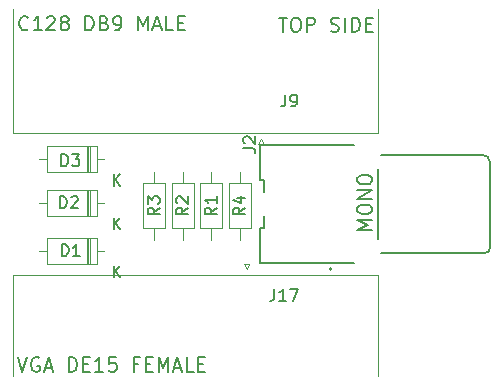
<source format=gbr>
%TF.GenerationSoftware,KiCad,Pcbnew,8.0.4*%
%TF.CreationDate,2024-08-07T16:27:42-04:00*%
%TF.ProjectId,C128VGA,43313238-5647-4412-9e6b-696361645f70,1.0*%
%TF.SameCoordinates,Original*%
%TF.FileFunction,Legend,Top*%
%TF.FilePolarity,Positive*%
%FSLAX46Y46*%
G04 Gerber Fmt 4.6, Leading zero omitted, Abs format (unit mm)*
G04 Created by KiCad (PCBNEW 8.0.4) date 2024-08-07 16:27:42*
%MOMM*%
%LPD*%
G01*
G04 APERTURE LIST*
%ADD10C,0.200000*%
%ADD11C,0.150000*%
%ADD12C,0.127000*%
%ADD13C,0.120000*%
G04 APERTURE END LIST*
D10*
X227822737Y-100852342D02*
X228222737Y-102052342D01*
X228222737Y-102052342D02*
X228622737Y-100852342D01*
X229651308Y-100909485D02*
X229537023Y-100852342D01*
X229537023Y-100852342D02*
X229365594Y-100852342D01*
X229365594Y-100852342D02*
X229194165Y-100909485D01*
X229194165Y-100909485D02*
X229079880Y-101023771D01*
X229079880Y-101023771D02*
X229022737Y-101138057D01*
X229022737Y-101138057D02*
X228965594Y-101366628D01*
X228965594Y-101366628D02*
X228965594Y-101538057D01*
X228965594Y-101538057D02*
X229022737Y-101766628D01*
X229022737Y-101766628D02*
X229079880Y-101880914D01*
X229079880Y-101880914D02*
X229194165Y-101995200D01*
X229194165Y-101995200D02*
X229365594Y-102052342D01*
X229365594Y-102052342D02*
X229479880Y-102052342D01*
X229479880Y-102052342D02*
X229651308Y-101995200D01*
X229651308Y-101995200D02*
X229708451Y-101938057D01*
X229708451Y-101938057D02*
X229708451Y-101538057D01*
X229708451Y-101538057D02*
X229479880Y-101538057D01*
X230165594Y-101709485D02*
X230737023Y-101709485D01*
X230051308Y-102052342D02*
X230451308Y-100852342D01*
X230451308Y-100852342D02*
X230851308Y-102052342D01*
X232165594Y-102052342D02*
X232165594Y-100852342D01*
X232165594Y-100852342D02*
X232451308Y-100852342D01*
X232451308Y-100852342D02*
X232622737Y-100909485D01*
X232622737Y-100909485D02*
X232737022Y-101023771D01*
X232737022Y-101023771D02*
X232794165Y-101138057D01*
X232794165Y-101138057D02*
X232851308Y-101366628D01*
X232851308Y-101366628D02*
X232851308Y-101538057D01*
X232851308Y-101538057D02*
X232794165Y-101766628D01*
X232794165Y-101766628D02*
X232737022Y-101880914D01*
X232737022Y-101880914D02*
X232622737Y-101995200D01*
X232622737Y-101995200D02*
X232451308Y-102052342D01*
X232451308Y-102052342D02*
X232165594Y-102052342D01*
X233365594Y-101423771D02*
X233765594Y-101423771D01*
X233937022Y-102052342D02*
X233365594Y-102052342D01*
X233365594Y-102052342D02*
X233365594Y-100852342D01*
X233365594Y-100852342D02*
X233937022Y-100852342D01*
X235079879Y-102052342D02*
X234394165Y-102052342D01*
X234737022Y-102052342D02*
X234737022Y-100852342D01*
X234737022Y-100852342D02*
X234622736Y-101023771D01*
X234622736Y-101023771D02*
X234508451Y-101138057D01*
X234508451Y-101138057D02*
X234394165Y-101195200D01*
X236165593Y-100852342D02*
X235594165Y-100852342D01*
X235594165Y-100852342D02*
X235537022Y-101423771D01*
X235537022Y-101423771D02*
X235594165Y-101366628D01*
X235594165Y-101366628D02*
X235708451Y-101309485D01*
X235708451Y-101309485D02*
X235994165Y-101309485D01*
X235994165Y-101309485D02*
X236108451Y-101366628D01*
X236108451Y-101366628D02*
X236165593Y-101423771D01*
X236165593Y-101423771D02*
X236222736Y-101538057D01*
X236222736Y-101538057D02*
X236222736Y-101823771D01*
X236222736Y-101823771D02*
X236165593Y-101938057D01*
X236165593Y-101938057D02*
X236108451Y-101995200D01*
X236108451Y-101995200D02*
X235994165Y-102052342D01*
X235994165Y-102052342D02*
X235708451Y-102052342D01*
X235708451Y-102052342D02*
X235594165Y-101995200D01*
X235594165Y-101995200D02*
X235537022Y-101938057D01*
X238051308Y-101423771D02*
X237651308Y-101423771D01*
X237651308Y-102052342D02*
X237651308Y-100852342D01*
X237651308Y-100852342D02*
X238222736Y-100852342D01*
X238679879Y-101423771D02*
X239079879Y-101423771D01*
X239251307Y-102052342D02*
X238679879Y-102052342D01*
X238679879Y-102052342D02*
X238679879Y-100852342D01*
X238679879Y-100852342D02*
X239251307Y-100852342D01*
X239765593Y-102052342D02*
X239765593Y-100852342D01*
X239765593Y-100852342D02*
X240165593Y-101709485D01*
X240165593Y-101709485D02*
X240565593Y-100852342D01*
X240565593Y-100852342D02*
X240565593Y-102052342D01*
X241079879Y-101709485D02*
X241651308Y-101709485D01*
X240965593Y-102052342D02*
X241365593Y-100852342D01*
X241365593Y-100852342D02*
X241765593Y-102052342D01*
X242737021Y-102052342D02*
X242165593Y-102052342D01*
X242165593Y-102052342D02*
X242165593Y-100852342D01*
X243137022Y-101423771D02*
X243537022Y-101423771D01*
X243708450Y-102052342D02*
X243137022Y-102052342D01*
X243137022Y-102052342D02*
X243137022Y-100852342D01*
X243137022Y-100852342D02*
X243708450Y-100852342D01*
X257805142Y-90027921D02*
X256605142Y-90027921D01*
X256605142Y-90027921D02*
X257462285Y-89627921D01*
X257462285Y-89627921D02*
X256605142Y-89227921D01*
X256605142Y-89227921D02*
X257805142Y-89227921D01*
X256605142Y-88427921D02*
X256605142Y-88199349D01*
X256605142Y-88199349D02*
X256662285Y-88085064D01*
X256662285Y-88085064D02*
X256776571Y-87970778D01*
X256776571Y-87970778D02*
X257005142Y-87913635D01*
X257005142Y-87913635D02*
X257405142Y-87913635D01*
X257405142Y-87913635D02*
X257633714Y-87970778D01*
X257633714Y-87970778D02*
X257748000Y-88085064D01*
X257748000Y-88085064D02*
X257805142Y-88199349D01*
X257805142Y-88199349D02*
X257805142Y-88427921D01*
X257805142Y-88427921D02*
X257748000Y-88542207D01*
X257748000Y-88542207D02*
X257633714Y-88656492D01*
X257633714Y-88656492D02*
X257405142Y-88713635D01*
X257405142Y-88713635D02*
X257005142Y-88713635D01*
X257005142Y-88713635D02*
X256776571Y-88656492D01*
X256776571Y-88656492D02*
X256662285Y-88542207D01*
X256662285Y-88542207D02*
X256605142Y-88427921D01*
X257805142Y-87399349D02*
X256605142Y-87399349D01*
X256605142Y-87399349D02*
X257805142Y-86713635D01*
X257805142Y-86713635D02*
X256605142Y-86713635D01*
X256605142Y-85913635D02*
X256605142Y-85685063D01*
X256605142Y-85685063D02*
X256662285Y-85570778D01*
X256662285Y-85570778D02*
X256776571Y-85456492D01*
X256776571Y-85456492D02*
X257005142Y-85399349D01*
X257005142Y-85399349D02*
X257405142Y-85399349D01*
X257405142Y-85399349D02*
X257633714Y-85456492D01*
X257633714Y-85456492D02*
X257748000Y-85570778D01*
X257748000Y-85570778D02*
X257805142Y-85685063D01*
X257805142Y-85685063D02*
X257805142Y-85913635D01*
X257805142Y-85913635D02*
X257748000Y-86027921D01*
X257748000Y-86027921D02*
X257633714Y-86142206D01*
X257633714Y-86142206D02*
X257405142Y-86199349D01*
X257405142Y-86199349D02*
X257005142Y-86199349D01*
X257005142Y-86199349D02*
X256776571Y-86142206D01*
X256776571Y-86142206D02*
X256662285Y-86027921D01*
X256662285Y-86027921D02*
X256605142Y-85913635D01*
X249953263Y-72074142D02*
X250638978Y-72074142D01*
X250296120Y-73274142D02*
X250296120Y-72074142D01*
X251267549Y-72074142D02*
X251496121Y-72074142D01*
X251496121Y-72074142D02*
X251610406Y-72131285D01*
X251610406Y-72131285D02*
X251724692Y-72245571D01*
X251724692Y-72245571D02*
X251781835Y-72474142D01*
X251781835Y-72474142D02*
X251781835Y-72874142D01*
X251781835Y-72874142D02*
X251724692Y-73102714D01*
X251724692Y-73102714D02*
X251610406Y-73217000D01*
X251610406Y-73217000D02*
X251496121Y-73274142D01*
X251496121Y-73274142D02*
X251267549Y-73274142D01*
X251267549Y-73274142D02*
X251153264Y-73217000D01*
X251153264Y-73217000D02*
X251038978Y-73102714D01*
X251038978Y-73102714D02*
X250981835Y-72874142D01*
X250981835Y-72874142D02*
X250981835Y-72474142D01*
X250981835Y-72474142D02*
X251038978Y-72245571D01*
X251038978Y-72245571D02*
X251153264Y-72131285D01*
X251153264Y-72131285D02*
X251267549Y-72074142D01*
X252296121Y-73274142D02*
X252296121Y-72074142D01*
X252296121Y-72074142D02*
X252753264Y-72074142D01*
X252753264Y-72074142D02*
X252867549Y-72131285D01*
X252867549Y-72131285D02*
X252924692Y-72188428D01*
X252924692Y-72188428D02*
X252981835Y-72302714D01*
X252981835Y-72302714D02*
X252981835Y-72474142D01*
X252981835Y-72474142D02*
X252924692Y-72588428D01*
X252924692Y-72588428D02*
X252867549Y-72645571D01*
X252867549Y-72645571D02*
X252753264Y-72702714D01*
X252753264Y-72702714D02*
X252296121Y-72702714D01*
X254353264Y-73217000D02*
X254524693Y-73274142D01*
X254524693Y-73274142D02*
X254810407Y-73274142D01*
X254810407Y-73274142D02*
X254924693Y-73217000D01*
X254924693Y-73217000D02*
X254981835Y-73159857D01*
X254981835Y-73159857D02*
X255038978Y-73045571D01*
X255038978Y-73045571D02*
X255038978Y-72931285D01*
X255038978Y-72931285D02*
X254981835Y-72817000D01*
X254981835Y-72817000D02*
X254924693Y-72759857D01*
X254924693Y-72759857D02*
X254810407Y-72702714D01*
X254810407Y-72702714D02*
X254581835Y-72645571D01*
X254581835Y-72645571D02*
X254467550Y-72588428D01*
X254467550Y-72588428D02*
X254410407Y-72531285D01*
X254410407Y-72531285D02*
X254353264Y-72417000D01*
X254353264Y-72417000D02*
X254353264Y-72302714D01*
X254353264Y-72302714D02*
X254410407Y-72188428D01*
X254410407Y-72188428D02*
X254467550Y-72131285D01*
X254467550Y-72131285D02*
X254581835Y-72074142D01*
X254581835Y-72074142D02*
X254867550Y-72074142D01*
X254867550Y-72074142D02*
X255038978Y-72131285D01*
X255553264Y-73274142D02*
X255553264Y-72074142D01*
X256124693Y-73274142D02*
X256124693Y-72074142D01*
X256124693Y-72074142D02*
X256410407Y-72074142D01*
X256410407Y-72074142D02*
X256581836Y-72131285D01*
X256581836Y-72131285D02*
X256696121Y-72245571D01*
X256696121Y-72245571D02*
X256753264Y-72359857D01*
X256753264Y-72359857D02*
X256810407Y-72588428D01*
X256810407Y-72588428D02*
X256810407Y-72759857D01*
X256810407Y-72759857D02*
X256753264Y-72988428D01*
X256753264Y-72988428D02*
X256696121Y-73102714D01*
X256696121Y-73102714D02*
X256581836Y-73217000D01*
X256581836Y-73217000D02*
X256410407Y-73274142D01*
X256410407Y-73274142D02*
X256124693Y-73274142D01*
X257324693Y-72645571D02*
X257724693Y-72645571D01*
X257896121Y-73274142D02*
X257324693Y-73274142D01*
X257324693Y-73274142D02*
X257324693Y-72074142D01*
X257324693Y-72074142D02*
X257896121Y-72074142D01*
X228718257Y-73058257D02*
X228661114Y-73115400D01*
X228661114Y-73115400D02*
X228489686Y-73172542D01*
X228489686Y-73172542D02*
X228375400Y-73172542D01*
X228375400Y-73172542D02*
X228203971Y-73115400D01*
X228203971Y-73115400D02*
X228089686Y-73001114D01*
X228089686Y-73001114D02*
X228032543Y-72886828D01*
X228032543Y-72886828D02*
X227975400Y-72658257D01*
X227975400Y-72658257D02*
X227975400Y-72486828D01*
X227975400Y-72486828D02*
X228032543Y-72258257D01*
X228032543Y-72258257D02*
X228089686Y-72143971D01*
X228089686Y-72143971D02*
X228203971Y-72029685D01*
X228203971Y-72029685D02*
X228375400Y-71972542D01*
X228375400Y-71972542D02*
X228489686Y-71972542D01*
X228489686Y-71972542D02*
X228661114Y-72029685D01*
X228661114Y-72029685D02*
X228718257Y-72086828D01*
X229861114Y-73172542D02*
X229175400Y-73172542D01*
X229518257Y-73172542D02*
X229518257Y-71972542D01*
X229518257Y-71972542D02*
X229403971Y-72143971D01*
X229403971Y-72143971D02*
X229289686Y-72258257D01*
X229289686Y-72258257D02*
X229175400Y-72315400D01*
X230318257Y-72086828D02*
X230375400Y-72029685D01*
X230375400Y-72029685D02*
X230489686Y-71972542D01*
X230489686Y-71972542D02*
X230775400Y-71972542D01*
X230775400Y-71972542D02*
X230889686Y-72029685D01*
X230889686Y-72029685D02*
X230946828Y-72086828D01*
X230946828Y-72086828D02*
X231003971Y-72201114D01*
X231003971Y-72201114D02*
X231003971Y-72315400D01*
X231003971Y-72315400D02*
X230946828Y-72486828D01*
X230946828Y-72486828D02*
X230261114Y-73172542D01*
X230261114Y-73172542D02*
X231003971Y-73172542D01*
X231689685Y-72486828D02*
X231575400Y-72429685D01*
X231575400Y-72429685D02*
X231518257Y-72372542D01*
X231518257Y-72372542D02*
X231461114Y-72258257D01*
X231461114Y-72258257D02*
X231461114Y-72201114D01*
X231461114Y-72201114D02*
X231518257Y-72086828D01*
X231518257Y-72086828D02*
X231575400Y-72029685D01*
X231575400Y-72029685D02*
X231689685Y-71972542D01*
X231689685Y-71972542D02*
X231918257Y-71972542D01*
X231918257Y-71972542D02*
X232032543Y-72029685D01*
X232032543Y-72029685D02*
X232089685Y-72086828D01*
X232089685Y-72086828D02*
X232146828Y-72201114D01*
X232146828Y-72201114D02*
X232146828Y-72258257D01*
X232146828Y-72258257D02*
X232089685Y-72372542D01*
X232089685Y-72372542D02*
X232032543Y-72429685D01*
X232032543Y-72429685D02*
X231918257Y-72486828D01*
X231918257Y-72486828D02*
X231689685Y-72486828D01*
X231689685Y-72486828D02*
X231575400Y-72543971D01*
X231575400Y-72543971D02*
X231518257Y-72601114D01*
X231518257Y-72601114D02*
X231461114Y-72715400D01*
X231461114Y-72715400D02*
X231461114Y-72943971D01*
X231461114Y-72943971D02*
X231518257Y-73058257D01*
X231518257Y-73058257D02*
X231575400Y-73115400D01*
X231575400Y-73115400D02*
X231689685Y-73172542D01*
X231689685Y-73172542D02*
X231918257Y-73172542D01*
X231918257Y-73172542D02*
X232032543Y-73115400D01*
X232032543Y-73115400D02*
X232089685Y-73058257D01*
X232089685Y-73058257D02*
X232146828Y-72943971D01*
X232146828Y-72943971D02*
X232146828Y-72715400D01*
X232146828Y-72715400D02*
X232089685Y-72601114D01*
X232089685Y-72601114D02*
X232032543Y-72543971D01*
X232032543Y-72543971D02*
X231918257Y-72486828D01*
X233575400Y-73172542D02*
X233575400Y-71972542D01*
X233575400Y-71972542D02*
X233861114Y-71972542D01*
X233861114Y-71972542D02*
X234032543Y-72029685D01*
X234032543Y-72029685D02*
X234146828Y-72143971D01*
X234146828Y-72143971D02*
X234203971Y-72258257D01*
X234203971Y-72258257D02*
X234261114Y-72486828D01*
X234261114Y-72486828D02*
X234261114Y-72658257D01*
X234261114Y-72658257D02*
X234203971Y-72886828D01*
X234203971Y-72886828D02*
X234146828Y-73001114D01*
X234146828Y-73001114D02*
X234032543Y-73115400D01*
X234032543Y-73115400D02*
X233861114Y-73172542D01*
X233861114Y-73172542D02*
X233575400Y-73172542D01*
X235175400Y-72543971D02*
X235346828Y-72601114D01*
X235346828Y-72601114D02*
X235403971Y-72658257D01*
X235403971Y-72658257D02*
X235461114Y-72772542D01*
X235461114Y-72772542D02*
X235461114Y-72943971D01*
X235461114Y-72943971D02*
X235403971Y-73058257D01*
X235403971Y-73058257D02*
X235346828Y-73115400D01*
X235346828Y-73115400D02*
X235232543Y-73172542D01*
X235232543Y-73172542D02*
X234775400Y-73172542D01*
X234775400Y-73172542D02*
X234775400Y-71972542D01*
X234775400Y-71972542D02*
X235175400Y-71972542D01*
X235175400Y-71972542D02*
X235289686Y-72029685D01*
X235289686Y-72029685D02*
X235346828Y-72086828D01*
X235346828Y-72086828D02*
X235403971Y-72201114D01*
X235403971Y-72201114D02*
X235403971Y-72315400D01*
X235403971Y-72315400D02*
X235346828Y-72429685D01*
X235346828Y-72429685D02*
X235289686Y-72486828D01*
X235289686Y-72486828D02*
X235175400Y-72543971D01*
X235175400Y-72543971D02*
X234775400Y-72543971D01*
X236032543Y-73172542D02*
X236261114Y-73172542D01*
X236261114Y-73172542D02*
X236375400Y-73115400D01*
X236375400Y-73115400D02*
X236432543Y-73058257D01*
X236432543Y-73058257D02*
X236546828Y-72886828D01*
X236546828Y-72886828D02*
X236603971Y-72658257D01*
X236603971Y-72658257D02*
X236603971Y-72201114D01*
X236603971Y-72201114D02*
X236546828Y-72086828D01*
X236546828Y-72086828D02*
X236489686Y-72029685D01*
X236489686Y-72029685D02*
X236375400Y-71972542D01*
X236375400Y-71972542D02*
X236146828Y-71972542D01*
X236146828Y-71972542D02*
X236032543Y-72029685D01*
X236032543Y-72029685D02*
X235975400Y-72086828D01*
X235975400Y-72086828D02*
X235918257Y-72201114D01*
X235918257Y-72201114D02*
X235918257Y-72486828D01*
X235918257Y-72486828D02*
X235975400Y-72601114D01*
X235975400Y-72601114D02*
X236032543Y-72658257D01*
X236032543Y-72658257D02*
X236146828Y-72715400D01*
X236146828Y-72715400D02*
X236375400Y-72715400D01*
X236375400Y-72715400D02*
X236489686Y-72658257D01*
X236489686Y-72658257D02*
X236546828Y-72601114D01*
X236546828Y-72601114D02*
X236603971Y-72486828D01*
X238032543Y-73172542D02*
X238032543Y-71972542D01*
X238032543Y-71972542D02*
X238432543Y-72829685D01*
X238432543Y-72829685D02*
X238832543Y-71972542D01*
X238832543Y-71972542D02*
X238832543Y-73172542D01*
X239346829Y-72829685D02*
X239918258Y-72829685D01*
X239232543Y-73172542D02*
X239632543Y-71972542D01*
X239632543Y-71972542D02*
X240032543Y-73172542D01*
X241003971Y-73172542D02*
X240432543Y-73172542D01*
X240432543Y-73172542D02*
X240432543Y-71972542D01*
X241403972Y-72543971D02*
X241803972Y-72543971D01*
X241975400Y-73172542D02*
X241403972Y-73172542D01*
X241403972Y-73172542D02*
X241403972Y-71972542D01*
X241403972Y-71972542D02*
X241975400Y-71972542D01*
D11*
X246948010Y-83140067D02*
X247668157Y-83140067D01*
X247668157Y-83140067D02*
X247812186Y-83188077D01*
X247812186Y-83188077D02*
X247908206Y-83284096D01*
X247908206Y-83284096D02*
X247956215Y-83428126D01*
X247956215Y-83428126D02*
X247956215Y-83524145D01*
X247044030Y-82707979D02*
X246996020Y-82659970D01*
X246996020Y-82659970D02*
X246948010Y-82563950D01*
X246948010Y-82563950D02*
X246948010Y-82323901D01*
X246948010Y-82323901D02*
X246996020Y-82227882D01*
X246996020Y-82227882D02*
X247044030Y-82179872D01*
X247044030Y-82179872D02*
X247140049Y-82131862D01*
X247140049Y-82131862D02*
X247236069Y-82131862D01*
X247236069Y-82131862D02*
X247380098Y-82179872D01*
X247380098Y-82179872D02*
X247956215Y-82755989D01*
X247956215Y-82755989D02*
X247956215Y-82131862D01*
X244675819Y-88177666D02*
X244199628Y-88510999D01*
X244675819Y-88749094D02*
X243675819Y-88749094D01*
X243675819Y-88749094D02*
X243675819Y-88368142D01*
X243675819Y-88368142D02*
X243723438Y-88272904D01*
X243723438Y-88272904D02*
X243771057Y-88225285D01*
X243771057Y-88225285D02*
X243866295Y-88177666D01*
X243866295Y-88177666D02*
X244009152Y-88177666D01*
X244009152Y-88177666D02*
X244104390Y-88225285D01*
X244104390Y-88225285D02*
X244152009Y-88272904D01*
X244152009Y-88272904D02*
X244199628Y-88368142D01*
X244199628Y-88368142D02*
X244199628Y-88749094D01*
X244675819Y-87225285D02*
X244675819Y-87796713D01*
X244675819Y-87510999D02*
X243675819Y-87510999D01*
X243675819Y-87510999D02*
X243818676Y-87606237D01*
X243818676Y-87606237D02*
X243913914Y-87701475D01*
X243913914Y-87701475D02*
X243961533Y-87796713D01*
X250491666Y-78601219D02*
X250491666Y-79315504D01*
X250491666Y-79315504D02*
X250444047Y-79458361D01*
X250444047Y-79458361D02*
X250348809Y-79553600D01*
X250348809Y-79553600D02*
X250205952Y-79601219D01*
X250205952Y-79601219D02*
X250110714Y-79601219D01*
X251015476Y-79601219D02*
X251205952Y-79601219D01*
X251205952Y-79601219D02*
X251301190Y-79553600D01*
X251301190Y-79553600D02*
X251348809Y-79505980D01*
X251348809Y-79505980D02*
X251444047Y-79363123D01*
X251444047Y-79363123D02*
X251491666Y-79172647D01*
X251491666Y-79172647D02*
X251491666Y-78791695D01*
X251491666Y-78791695D02*
X251444047Y-78696457D01*
X251444047Y-78696457D02*
X251396428Y-78648838D01*
X251396428Y-78648838D02*
X251301190Y-78601219D01*
X251301190Y-78601219D02*
X251110714Y-78601219D01*
X251110714Y-78601219D02*
X251015476Y-78648838D01*
X251015476Y-78648838D02*
X250967857Y-78696457D01*
X250967857Y-78696457D02*
X250920238Y-78791695D01*
X250920238Y-78791695D02*
X250920238Y-79029790D01*
X250920238Y-79029790D02*
X250967857Y-79125028D01*
X250967857Y-79125028D02*
X251015476Y-79172647D01*
X251015476Y-79172647D02*
X251110714Y-79220266D01*
X251110714Y-79220266D02*
X251301190Y-79220266D01*
X251301190Y-79220266D02*
X251396428Y-79172647D01*
X251396428Y-79172647D02*
X251444047Y-79125028D01*
X251444047Y-79125028D02*
X251491666Y-79029790D01*
X231544905Y-84655819D02*
X231544905Y-83655819D01*
X231544905Y-83655819D02*
X231783000Y-83655819D01*
X231783000Y-83655819D02*
X231925857Y-83703438D01*
X231925857Y-83703438D02*
X232021095Y-83798676D01*
X232021095Y-83798676D02*
X232068714Y-83893914D01*
X232068714Y-83893914D02*
X232116333Y-84084390D01*
X232116333Y-84084390D02*
X232116333Y-84227247D01*
X232116333Y-84227247D02*
X232068714Y-84417723D01*
X232068714Y-84417723D02*
X232021095Y-84512961D01*
X232021095Y-84512961D02*
X231925857Y-84608200D01*
X231925857Y-84608200D02*
X231783000Y-84655819D01*
X231783000Y-84655819D02*
X231544905Y-84655819D01*
X232449667Y-83655819D02*
X233068714Y-83655819D01*
X233068714Y-83655819D02*
X232735381Y-84036771D01*
X232735381Y-84036771D02*
X232878238Y-84036771D01*
X232878238Y-84036771D02*
X232973476Y-84084390D01*
X232973476Y-84084390D02*
X233021095Y-84132009D01*
X233021095Y-84132009D02*
X233068714Y-84227247D01*
X233068714Y-84227247D02*
X233068714Y-84465342D01*
X233068714Y-84465342D02*
X233021095Y-84560580D01*
X233021095Y-84560580D02*
X232973476Y-84608200D01*
X232973476Y-84608200D02*
X232878238Y-84655819D01*
X232878238Y-84655819D02*
X232592524Y-84655819D01*
X232592524Y-84655819D02*
X232497286Y-84608200D01*
X232497286Y-84608200D02*
X232449667Y-84560580D01*
X235958095Y-86328819D02*
X235958095Y-85328819D01*
X236529523Y-86328819D02*
X236100952Y-85757390D01*
X236529523Y-85328819D02*
X235958095Y-85900247D01*
X242262819Y-88177666D02*
X241786628Y-88510999D01*
X242262819Y-88749094D02*
X241262819Y-88749094D01*
X241262819Y-88749094D02*
X241262819Y-88368142D01*
X241262819Y-88368142D02*
X241310438Y-88272904D01*
X241310438Y-88272904D02*
X241358057Y-88225285D01*
X241358057Y-88225285D02*
X241453295Y-88177666D01*
X241453295Y-88177666D02*
X241596152Y-88177666D01*
X241596152Y-88177666D02*
X241691390Y-88225285D01*
X241691390Y-88225285D02*
X241739009Y-88272904D01*
X241739009Y-88272904D02*
X241786628Y-88368142D01*
X241786628Y-88368142D02*
X241786628Y-88749094D01*
X241358057Y-87796713D02*
X241310438Y-87749094D01*
X241310438Y-87749094D02*
X241262819Y-87653856D01*
X241262819Y-87653856D02*
X241262819Y-87415761D01*
X241262819Y-87415761D02*
X241310438Y-87320523D01*
X241310438Y-87320523D02*
X241358057Y-87272904D01*
X241358057Y-87272904D02*
X241453295Y-87225285D01*
X241453295Y-87225285D02*
X241548533Y-87225285D01*
X241548533Y-87225285D02*
X241691390Y-87272904D01*
X241691390Y-87272904D02*
X242262819Y-87844332D01*
X242262819Y-87844332D02*
X242262819Y-87225285D01*
X239849819Y-88177666D02*
X239373628Y-88510999D01*
X239849819Y-88749094D02*
X238849819Y-88749094D01*
X238849819Y-88749094D02*
X238849819Y-88368142D01*
X238849819Y-88368142D02*
X238897438Y-88272904D01*
X238897438Y-88272904D02*
X238945057Y-88225285D01*
X238945057Y-88225285D02*
X239040295Y-88177666D01*
X239040295Y-88177666D02*
X239183152Y-88177666D01*
X239183152Y-88177666D02*
X239278390Y-88225285D01*
X239278390Y-88225285D02*
X239326009Y-88272904D01*
X239326009Y-88272904D02*
X239373628Y-88368142D01*
X239373628Y-88368142D02*
X239373628Y-88749094D01*
X238849819Y-87844332D02*
X238849819Y-87225285D01*
X238849819Y-87225285D02*
X239230771Y-87558618D01*
X239230771Y-87558618D02*
X239230771Y-87415761D01*
X239230771Y-87415761D02*
X239278390Y-87320523D01*
X239278390Y-87320523D02*
X239326009Y-87272904D01*
X239326009Y-87272904D02*
X239421247Y-87225285D01*
X239421247Y-87225285D02*
X239659342Y-87225285D01*
X239659342Y-87225285D02*
X239754580Y-87272904D01*
X239754580Y-87272904D02*
X239802200Y-87320523D01*
X239802200Y-87320523D02*
X239849819Y-87415761D01*
X239849819Y-87415761D02*
X239849819Y-87701475D01*
X239849819Y-87701475D02*
X239802200Y-87796713D01*
X239802200Y-87796713D02*
X239754580Y-87844332D01*
X247088819Y-88177666D02*
X246612628Y-88510999D01*
X247088819Y-88749094D02*
X246088819Y-88749094D01*
X246088819Y-88749094D02*
X246088819Y-88368142D01*
X246088819Y-88368142D02*
X246136438Y-88272904D01*
X246136438Y-88272904D02*
X246184057Y-88225285D01*
X246184057Y-88225285D02*
X246279295Y-88177666D01*
X246279295Y-88177666D02*
X246422152Y-88177666D01*
X246422152Y-88177666D02*
X246517390Y-88225285D01*
X246517390Y-88225285D02*
X246565009Y-88272904D01*
X246565009Y-88272904D02*
X246612628Y-88368142D01*
X246612628Y-88368142D02*
X246612628Y-88749094D01*
X246422152Y-87320523D02*
X247088819Y-87320523D01*
X246041200Y-87558618D02*
X246755485Y-87796713D01*
X246755485Y-87796713D02*
X246755485Y-87177666D01*
X249558276Y-95060419D02*
X249558276Y-95774704D01*
X249558276Y-95774704D02*
X249510657Y-95917561D01*
X249510657Y-95917561D02*
X249415419Y-96012800D01*
X249415419Y-96012800D02*
X249272562Y-96060419D01*
X249272562Y-96060419D02*
X249177324Y-96060419D01*
X250558276Y-96060419D02*
X249986848Y-96060419D01*
X250272562Y-96060419D02*
X250272562Y-95060419D01*
X250272562Y-95060419D02*
X250177324Y-95203276D01*
X250177324Y-95203276D02*
X250082086Y-95298514D01*
X250082086Y-95298514D02*
X249986848Y-95346133D01*
X250891610Y-95060419D02*
X251558276Y-95060419D01*
X251558276Y-95060419D02*
X251129705Y-96060419D01*
X231417905Y-88211819D02*
X231417905Y-87211819D01*
X231417905Y-87211819D02*
X231656000Y-87211819D01*
X231656000Y-87211819D02*
X231798857Y-87259438D01*
X231798857Y-87259438D02*
X231894095Y-87354676D01*
X231894095Y-87354676D02*
X231941714Y-87449914D01*
X231941714Y-87449914D02*
X231989333Y-87640390D01*
X231989333Y-87640390D02*
X231989333Y-87783247D01*
X231989333Y-87783247D02*
X231941714Y-87973723D01*
X231941714Y-87973723D02*
X231894095Y-88068961D01*
X231894095Y-88068961D02*
X231798857Y-88164200D01*
X231798857Y-88164200D02*
X231656000Y-88211819D01*
X231656000Y-88211819D02*
X231417905Y-88211819D01*
X232370286Y-87307057D02*
X232417905Y-87259438D01*
X232417905Y-87259438D02*
X232513143Y-87211819D01*
X232513143Y-87211819D02*
X232751238Y-87211819D01*
X232751238Y-87211819D02*
X232846476Y-87259438D01*
X232846476Y-87259438D02*
X232894095Y-87307057D01*
X232894095Y-87307057D02*
X232941714Y-87402295D01*
X232941714Y-87402295D02*
X232941714Y-87497533D01*
X232941714Y-87497533D02*
X232894095Y-87640390D01*
X232894095Y-87640390D02*
X232322667Y-88211819D01*
X232322667Y-88211819D02*
X232941714Y-88211819D01*
X235958095Y-90011819D02*
X235958095Y-89011819D01*
X236529523Y-90011819D02*
X236100952Y-89440390D01*
X236529523Y-89011819D02*
X235958095Y-89583247D01*
X231570305Y-92275819D02*
X231570305Y-91275819D01*
X231570305Y-91275819D02*
X231808400Y-91275819D01*
X231808400Y-91275819D02*
X231951257Y-91323438D01*
X231951257Y-91323438D02*
X232046495Y-91418676D01*
X232046495Y-91418676D02*
X232094114Y-91513914D01*
X232094114Y-91513914D02*
X232141733Y-91704390D01*
X232141733Y-91704390D02*
X232141733Y-91847247D01*
X232141733Y-91847247D02*
X232094114Y-92037723D01*
X232094114Y-92037723D02*
X232046495Y-92132961D01*
X232046495Y-92132961D02*
X231951257Y-92228200D01*
X231951257Y-92228200D02*
X231808400Y-92275819D01*
X231808400Y-92275819D02*
X231570305Y-92275819D01*
X233094114Y-92275819D02*
X232522686Y-92275819D01*
X232808400Y-92275819D02*
X232808400Y-91275819D01*
X232808400Y-91275819D02*
X232713162Y-91418676D01*
X232713162Y-91418676D02*
X232617924Y-91513914D01*
X232617924Y-91513914D02*
X232522686Y-91561533D01*
X235958095Y-94075819D02*
X235958095Y-93075819D01*
X236529523Y-94075819D02*
X236100952Y-93504390D01*
X236529523Y-93075819D02*
X235958095Y-93647247D01*
D12*
%TO.C,J2*%
X248318000Y-82858600D02*
X256318000Y-82858601D01*
X248318000Y-85858600D02*
X248318000Y-82858600D01*
X248318000Y-89858600D02*
X248717999Y-89858600D01*
X248318000Y-92858600D02*
X248318000Y-89858600D01*
X248318000Y-92858600D02*
X256318000Y-92858599D01*
X248717999Y-85858600D02*
X248318000Y-85858600D01*
X248717999Y-89858600D02*
X248718000Y-88858600D01*
X248718000Y-86858600D02*
X248717999Y-85858600D01*
X258318000Y-90858600D02*
X258318000Y-84858600D01*
X258568000Y-83708600D02*
X267208000Y-83708600D01*
X267428000Y-92008600D02*
X258568000Y-92008600D01*
X267817999Y-84318600D02*
X267818000Y-91618600D01*
X267208000Y-83708600D02*
G75*
G02*
X267818000Y-84318600I0J-610000D01*
G01*
X267818000Y-91618600D02*
G75*
G02*
X267428000Y-92008600I-390000J0D01*
G01*
D10*
X254428000Y-93371600D02*
G75*
G02*
X254228000Y-93371600I-100000J0D01*
G01*
X254228000Y-93371600D02*
G75*
G02*
X254428000Y-93371600I100000J0D01*
G01*
D13*
%TO.C,R1*%
X243301000Y-86091000D02*
X243301000Y-89931000D01*
X243301000Y-89931000D02*
X245141000Y-89931000D01*
X244221000Y-85140999D02*
X244221000Y-86091000D01*
X244221000Y-90881000D02*
X244221000Y-89931000D01*
X245141000Y-86091000D02*
X243301000Y-86091000D01*
X245141000Y-89931000D02*
X245141000Y-86091000D01*
%TO.C,J9*%
X227412000Y-81876200D02*
X227412000Y-71396200D01*
X248187000Y-82770538D02*
X248437000Y-82337525D01*
X248437000Y-82337525D02*
X248687000Y-82770538D01*
X248687000Y-82770538D02*
X248187000Y-82770538D01*
X258382000Y-71396200D02*
X258382000Y-81876200D01*
X258382000Y-81876200D02*
X227412000Y-81876200D01*
%TO.C,D3*%
X229639999Y-84074000D02*
X230290000Y-84074000D01*
X230290000Y-82954000D02*
X230290000Y-85194000D01*
X230290000Y-85194000D02*
X234530000Y-85194000D01*
X233690000Y-85194000D02*
X233690000Y-82954000D01*
X233810000Y-85194000D02*
X233810000Y-82954000D01*
X233930000Y-85194000D02*
X233930000Y-82954000D01*
X234530000Y-82954000D02*
X230290000Y-82954000D01*
X234530000Y-85194000D02*
X234530000Y-82954000D01*
X235180000Y-84074000D02*
X234530001Y-84074000D01*
%TO.C,R2*%
X240888000Y-86091000D02*
X240888000Y-89931000D01*
X240888000Y-89931000D02*
X242728000Y-89931000D01*
X241808000Y-85140999D02*
X241808000Y-86091000D01*
X241808000Y-90881000D02*
X241808000Y-89931000D01*
X242728000Y-86091000D02*
X240888000Y-86091000D01*
X242728000Y-89931000D02*
X242728000Y-86091000D01*
%TO.C,R3*%
X238475000Y-86091000D02*
X238475000Y-89931000D01*
X238475000Y-89931000D02*
X240315000Y-89931000D01*
X239395000Y-85140999D02*
X239395000Y-86091000D01*
X239395000Y-90881000D02*
X239395000Y-89931000D01*
X240315000Y-86091000D02*
X238475000Y-86091000D01*
X240315000Y-89931000D02*
X240315000Y-86091000D01*
%TO.C,R4*%
X245714000Y-86091000D02*
X245714000Y-89931000D01*
X245714000Y-89931000D02*
X247554000Y-89931000D01*
X246634000Y-85140999D02*
X246634000Y-86091000D01*
X246634000Y-90881000D02*
X246634000Y-89931000D01*
X247554000Y-86091000D02*
X245714000Y-86091000D01*
X247554000Y-89931000D02*
X247554000Y-86091000D01*
%TO.C,J17*%
X227412000Y-93834000D02*
X258382000Y-93834000D01*
X227412000Y-102434000D02*
X227412000Y-93834000D01*
X246962000Y-92939662D02*
X247462000Y-92939662D01*
X247212000Y-93372675D02*
X246962000Y-92939662D01*
X247462000Y-92939662D02*
X247212000Y-93372675D01*
X258382000Y-93834000D02*
X258382000Y-102434000D01*
%TO.C,D2*%
X229640000Y-87757000D02*
X230290000Y-87757000D01*
X230290000Y-86637000D02*
X230290000Y-88877000D01*
X230290000Y-88877000D02*
X234530000Y-88877000D01*
X233690000Y-88877000D02*
X233690000Y-86637000D01*
X233810000Y-88877000D02*
X233810000Y-86637000D01*
X233930000Y-88877000D02*
X233930000Y-86637000D01*
X234530000Y-86637000D02*
X230290000Y-86637000D01*
X234530000Y-88877000D02*
X234530000Y-86637000D01*
X235180000Y-87757000D02*
X234530000Y-87757000D01*
%TO.C,D1*%
X229639999Y-91821000D02*
X230290000Y-91821000D01*
X230290000Y-90701000D02*
X230290000Y-92941000D01*
X230290000Y-92941000D02*
X234530000Y-92941000D01*
X233690000Y-92941000D02*
X233690000Y-90701000D01*
X233810000Y-92941000D02*
X233810000Y-90701000D01*
X233930000Y-92941000D02*
X233930000Y-90701000D01*
X234530000Y-90701000D02*
X230290000Y-90701000D01*
X234530000Y-92941000D02*
X234530000Y-90701000D01*
X235180000Y-91821000D02*
X234530001Y-91821000D01*
%TD*%
M02*

</source>
